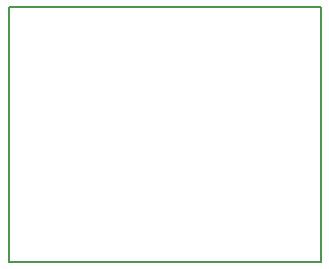
<source format=gbr>
G04 DipTrace 2.4.0.2*
%INBoardOutline.gbr*%
%MOIN*%
%ADD11C,0.006*%
%FSLAX44Y44*%
G04*
G70*
G90*
G75*
G01*
%LNBoardOutline*%
%LPD*%
X3940Y12440D2*
D11*
X14340D1*
Y3940D1*
X3940D1*
Y12440D1*
M02*

</source>
